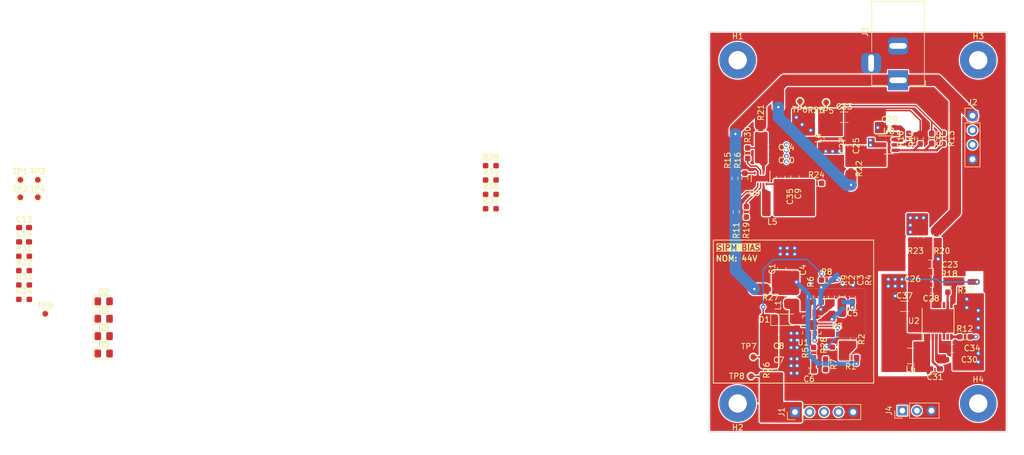
<source format=kicad_pcb>
(kicad_pcb (version 20221018) (generator pcbnew)
  (layers (0 "F.Cu" signal) (1 "In1.Cu" signal) (2 "In2.Cu" signal) (31 "B.Cu" signal) (34 "B.Paste" user) (35 "F.Paste" user) (36 "B.SilkS" user "B.Silkscreen") (37 "F.SilkS" user "F.Silkscreen") (38 "B.Mask" user) (39 "F.Mask" user) (44 "Edge.Cuts" user))
  (net 0 "")
  (net 1 "/SIPM Bias/VB_SIPM")
  (net 2 "GND")
  (net 3 "/SIPM Bias/SS_SIPM")
  (net 4 "/SIPM Bias/COMP_SIPM")
  (net 5 "Net-(C5-Pad1)")
  (net 6 "Net-(C6-Pad1)")
  (net 7 "/SIPM Bias/VOUT_SIPM")
  (net 8 "/main_pwr/VOUT_-6V5")
  (net 9 "/main_pwr/VIN_6V")
  (net 10 "+12V")
  (net 11 "Net-(U8-VIN)")
  (net 12 "/main_pwr/SW_3V3")
  (net 13 "/main_pwr/BOOT_3V3")
  (net 14 "/main_pwr/VCC_-6V5")
  (net 15 "Net-(U2-CBOOT)")
  (net 16 "/main_pwr/SW_-6V5")
  (net 17 "/main_pwr/OUT_3V3")
  (net 18 "/main_pwr/FB_3V3")
  (net 19 "+6V")
  (net 20 "Net-(D1-A)")
  (net 21 "Net-(D2-A)")
  (net 22 "Net-(D3-A)")
  (net 23 "Net-(D4-A)")
  (net 24 "-6V5")
  (net 25 "Net-(D5-A)")
  (net 26 "SIPM_BIAS_OUT")
  (net 27 "+3V3")
  (net 28 "PD_EN")
  (net 29 "/main_pwr/VOUT_6V")
  (net 30 "/main_pwr/SW_6V")
  (net 31 "/SIPM Bias/RT_SIPM")
  (net 32 "/SIPM Bias/VCC_SIPM")
  (net 33 "/SIPM Bias/MODE_SIPM")
  (net 34 "/SIPM Bias/PD_BOOST_PG")
  (net 35 "/SIPM Bias/FB_SIPM_OUT")
  (net 37 "/main_pwr/EN_3V3")
  (net 38 "/main_pwr/PG_6V")
  (net 39 "/main_pwr/PG_-6V5")
  (net 40 "/main_pwr/FB_6V")
  (net 41 "/main_pwr/FB_-6V5")
  (net 42 "/main_pwr/~{SLP_6V}")
  (net 43 "/SIPM Bias/EN_SIPM_R")
  (net 46 "/main_pwr/EN_6V")
  (net 47 "/main_pwr/VIN_-6V5")
  (net 49 "Net-(H1-Pad1)")
  (net 50 "Net-(H2-Pad1)")
  (net 51 "Net-(H3-Pad1)")
  (net 52 "Net-(H4-Pad1)")
  (footprint "Connector_BarrelJack:BarrelJack_Horizontal" (layer "F.Cu") (at 228 65.5 -90)
    (fp_text reference "J3")
    (fp_text value "Barrel_Jack_Switch")
  )
  (footprint "Connector_PinHeader_2.54mm:PinHeader_1x05_P2.54mm_Vertical" (layer "F.Cu") (at 210 123.5 90)
    (fp_text reference "J1")
    (fp_text value "Conn_01x05")
  )
  (footprint "Capacitor_SMD:C_0603_1608Metric_Pad1.08x0.95mm_HandSolder" (layer "F.Cu") (at 217.3 106.275 180)
    (fp_text reference "C5")
    (fp_text value "10nF")
  )
  (footprint "Capacitor_SMD:C_0805_2012Metric_Pad1.18x1.45mm_HandSolder" (layer "F.Cu") (at 207.5 82.5375 -90)
    (fp_text reference "C35")
    (fp_text value "22uF")
  )
  (footprint "TestPoint:TestPoint_Pad_D1.0mm" (layer "F.Cu") (at 202.345 117.235837 90)
    (fp_text reference "TP8")
    (fp_text value "TestPoint")
  )
  (footprint "Resistor_SMD:R_0603_1608Metric_Pad0.98x0.95mm_HandSolder" (layer "F.Cu") (at 205.7375 102.025 180)
    (fp_text reference "R27")
    (fp_text value "0R")
  )
  (footprint "Resistor_SMD:R_0603_1608Metric_Pad0.98x0.95mm_HandSolder" (layer "F.Cu") (at 219.759321 80.9635 -90)
    (fp_text reference "R22")
    (fp_text value "0R")
  )
  (footprint "TestPoint:TestPoint_Pad_D1.0mm" (layer "F.Cu") (at 202.725 113.875 90)
    (fp_text reference "TP7")
    (fp_text value "TestPoint")
  )
  (footprint "Capacitor_SMD:C_0603_1608Metric_Pad1.08x0.95mm_HandSolder" (layer "F.Cu") (at 233.7655 100.186 180)
    (fp_text reference "C26")
    (fp_text value "1uF")
  )
  (footprint "TestPoint:TestPoint_Pad_D1.0mm" (layer "F.Cu") (at 215.446 69.368 180)
    (fp_text reference "TP5")
    (fp_text value "TestPoint")
  )
  (footprint "MountingHole:MountingHole_3.2mm_M3_Pad" (layer "F.Cu") (at 200 122 180)
    (fp_text reference "H2")
    (fp_text value "MountingHole_Pad")
  )
  (footprint "Capacitor_SMD:C_0603_1608Metric_Pad1.08x0.95mm_HandSolder" (layer "F.Cu") (at 207.175 112.975 180)
    (fp_text reference "C7")
    (fp_text value "1uF")
  )
  (footprint "Resistor_SMD:R_0603_1608Metric_Pad0.98x0.95mm_HandSolder" (layer "F.Cu") (at 215.35 115.1375 -90)
    (fp_text reference "R7")
    (fp_text value "10kR")
  )
  (footprint "Resistor_SMD:R_0603_1608Metric_Pad0.98x0.95mm_HandSolder" (layer "F.Cu") (at 201.25 82.6625 -90)
    (fp_text reference "R16")
    (fp_text value "383kR")
  )
  (footprint "Capacitor_SMD:C_0805_2012Metric_Pad1.18x1.45mm_HandSolder" (layer "F.Cu") (at 210 82.4625 -90)
    (fp_text reference "C9")
    (fp_text value "22uF")
  )
  (footprint "TestPoint:TestPoint_Pad_D1.0mm" (layer "F.Cu") (at 79.1025 106.32)
    (fp_text reference "TP9")
    (fp_text value "TestPoint")
  )
  (footprint "Resistor_SMD:R_0603_1608Metric_Pad0.98x0.95mm_HandSolder" (layer "F.Cu") (at 201.5 88.5 -90)
    (fp_text reference "R19")
    (fp_text value "0R")
  )
  (footprint "Capacitor_SMD:C_0603_1608Metric_Pad1.08x0.95mm_HandSolder" (layer "F.Cu") (at 237.25 114.35 180)
    (fp_text reference "C30")
    (fp_text value "2.2uF")
  )
  (footprint "MountingHole:MountingHole_3.2mm_M3_Pad" (layer "F.Cu") (at 242 122)
    (fp_text reference "H4")
    (fp_text value "MountingHole_Pad")
  )
  (footprint "Resistor_SMD:R_0603_1608Metric_Pad0.98x0.95mm_HandSolder" (layer "F.Cu") (at 217.3875 109.875 180)
    (fp_text reference "R3")
    (fp_text value "9.76kR")
  )
  (footprint "Resistor_SMD:R_0603_1608Metric_Pad0.98x0.95mm_HandSolder" (layer "F.Cu") (at 229.875 75.7125 90)
    (fp_text reference "R10")
    (fp_text value "0R")
  )
  (footprint "Diode_SMD:D_0805_2012Metric_Pad1.15x1.40mm_HandSolder" (layer "F.Cu") (at 89.2975 110.225)
    (fp_text reference "D4")
    (fp_text value "RED")
  )
  (footprint "Resistor_SMD:R_0603_1608Metric_Pad0.98x0.95mm_HandSolder" (layer "F.Cu") (at 239.7 100.75)
    (fp_text reference "R17")
    (fp_text value "1MegR")
  )
  (footprint "Resistor_SMD:R_0603_1608Metric_Pad0.98x0.95mm_HandSolder" (layer "F.Cu") (at 156.9 80.43)
    (fp_text reference "R29")
    (fp_text value "0R")
  )
  (footprint "TestPoint:TestPoint_Pad_D1.0mm" (layer "F.Cu") (at 210.874 69.185837 180)
    (fp_text reference "TP6")
    (fp_text value "TestPoint")
  )
  (footprint "Capacitor_SMD:C_0805_2012Metric_Pad1.18x1.45mm_HandSolder" (layer "F.Cu") (at 233.5905 97.646 180)
    (fp_text reference "C23")
    (fp_text value "4.7uF")
  )
  (footprint "Resistor_SMD:R_0603_1608Metric_Pad0.98x0.95mm_HandSolder" (layer "F.Cu") (at 204 74.325 90)
    (fp_text reference "R21")
    (fp_text value "0R")
  )
  (footprint "Resistor_SMD:R_0603_1608Metric_Pad0.98x0.95mm_HandSolder" (layer "F.Cu") (at 156.9 82.94)
    (fp_text reference "R35")
    (fp_text value "0R")
  )
  (footprint "Capacitor_SMD:C_0603_1608Metric_Pad1.08x0.95mm_HandSolder" (layer "F.Cu") (at 214.585 103.408337 -90)
    (fp_text reference "C2")
    (fp_text value "10nF")
  )
  (footprint "Capacitor_SMD:C_0603_1608Metric_Pad1.08x0.95mm_HandSolder" (layer "F.Cu") (at 219.721501 76.973691 90)
    (fp_text reference "C27")
    (fp_text value "0.1uF")
  )
  (footprint "Resistor_SMD:R_0603_1608Metric_Pad0.98x0.95mm_HandSolder" (layer "F.Cu") (at 216.375 103.403337 90)
    (fp_text reference "R9")
    (fp_text value "2.49kR")
  )
  (footprint "Capacitor_SMD:C_0603_1608Metric_Pad1.08x0.95mm_HandSolder" (layer "F.Cu") (at 226.5125 73.8)
    (fp_text reference "C29")
    (fp_text value "100nF")
  )
  (footprint "Resistor_SMD:R_0603_1608Metric_Pad0.98x0.95mm_HandSolder" (layer "F.Cu") (at 212.73 103.380837 90)
    (fp_text reference "R6")
    (fp_text value "0R")
  )
  (footprint "Resistor_SMD:R_0603_1608Metric_Pad0.98x0.95mm_HandSolder" (layer "F.Cu") (at 201.75 78.25 -90)
    (fp_text reference "R30")
    (fp_text value "0R")
  )
  (footprint "Resistor_SMD:R_0603_1608Metric_Pad0.98x0.95mm_HandSolder" (layer "F.Cu") (at 236.7 101.6375 90)
    (fp_text reference "R18")
    (fp_text value "187kR")
  )
  (footprint "Capacitor_SMD:C_0603_1608Metric_Pad1.08x0.95mm_HandSolder" (layer "F.Cu") (at 209.975 98.6625 -90)
    (fp_text reference "C4")
    (fp_text value "100nF")
  )
  (footprint "Inductor_SMD:L_1008_2520Metric_Pad1.43x2.20mm_HandSolder" (layer "F.Cu") (at 209.375 103.4125 -90)
    (fp_text reference "L1")
    (fp_text value "8.2uH")
  )
  (footprint "Capacitor_SMD:C_0603_1608Metric_Pad1.08x0.95mm_HandSolder" (layer "F.Cu") (at 75.4025 91.25)
    (fp_text reference "C13")
    (fp_text value "68uF")
  )
  (footprint "Resistor_SMD:R_0603_1608Metric_Pad0.98x0.95mm_HandSolder" (layer "F.Cu") (at 75.4025 101.29)
    (fp_text reference "R33")
    (fp_text value "75R")
  )
  (footprint "Diode_SMD:D_SOD-123" (layer "F.Cu") (at 208.125 107.375)
    (fp_text reference "D1")
    (fp_text value "1V 150mA")
  )
  (footprint "Resistor_SMD:R_0603_1608Metric_Pad0.98x0.95mm_HandSolder" (layer "F.Cu") (at 213.75 83.5 180)
    (fp_text reference "R24")
    (fp_text value "0R")
  )
  (footprint "Resistor_SMD:R_0603_1608Metric_Pad0.98x0.95mm_HandSolder" (layer "F.Cu") (at 213.668 72.162)
    (fp_text reference "R25")
    (fp_text value "0R")
  )
  (footprint "Capacitor_SMD:C_0603_1608Metric_Pad1.08x0.95mm_HandSolder" (layer "F.Cu") (at 75.4025 93.76)
    (fp_text reference "C14")
    (fp_text value "10uF")
  )
  (footprint "TestPoint:TestPoint_Pad_D1.0mm" (layer "F.Cu") (at 77.8025 85.96)
    (fp_text reference "TP4")
    (fp_text value "TestPoint")
  )
  (footprint "Capacitor_SMD:C_0603_1608Metric_Pad1.08x0.95mm_HandSolder" (layer "F.Cu") (at 205.3625 79.5 180)
    (fp_text reference "C10")
    (fp_text value "0.1uF")
  )
  (footprint "TestPoint:TestPoint_Pad_D1.0mm" (layer "F.Cu") (at 74.7525 85.96)
    (fp_text reference "TP2")
    (fp_text value "TestPoint")
  )
  (footprint "Resistor_SMD:R_0603_1608Metric_Pad0.98x0.95mm_HandSolder" (layer "F.Cu") (at 199.75 88.5 90)
    (fp_text reference "R11")
    (fp_text value "100kR")
  )
  (footprint "plaqchek:78438336100" (layer "F.Cu") (at 206.05 87.25)
    (fp_text reference "L5")
    (fp_text value "10uH")
  )
  (footprint "Resistor_SMD:R_0603_1608Metric_Pad0.98x0.95mm_HandSolder" (layer "F.Cu") (at 215.545 100.435837)
    (fp_text reference "R8")
    (fp_text value "110kR")
  )
  (footprint "Resistor_SMD:R_0603_1608Metric_Pad0.98x0.95mm_HandSolder" (layer "F.Cu") (at 232 92.8375 -90)
    (fp_text reference "R23")
    (fp_text value "0R")
  )
  (footprint "plaqchek:744025100" (layer "F.Cu") (at 216.575 75.65 90)
    (fp_text reference "L4")
    (fp_text value "10uH")
  )
  (footprint "Package_DFN_QFN:WQFN-16-1EP_3x3mm_P0.5mm_EP1.68x1.68mm" (layer "F.Cu") (at 212.96 108.2775 90)
    (fp_text reference "U1")
    (fp_text value "LM5157")
  )
  (footprint "Connector_PinHeader_2.54mm:PinHeader_1x04_P2.54mm_Vertical" (layer "F.Cu") (at 241 71.7)
    (fp_text reference "J2")
    (fp_text value "Conn_01x04")
  )
  (footprint "Resistor_SMD:R_0603_1608Metric_Pad0.98x0.95mm_HandSolder" (layer "F.Cu") (at 156.9 87.96)
    (fp_text reference "R37")
    (fp_text value "0R")
  )
  (footprint "Resistor_SMD:R_0603_1608Metric_Pad0.98x0.95mm_HandSolder" (layer "F.Cu") (at 220.2125 110.7875 -90)
    (fp_text reference "R2")
    (fp_text value "10kR")
  )
  (footprint "Capacitor_SMD:C_1206_3216Metric_Pad1.33x1.80mm_HandSolder" (layer "F.Cu") (at 229.1375 105)
    (fp_text reference "C37")
    (fp_text value "47uF")
  )
  (footprint "TestPoint:TestPoint_Pad_D1.0mm" (layer "F.Cu") (at 74.7525 82.91)
    (fp_text reference "TP1")
    (fp_text value "TestPoint")
  )
  (footprint "Package_SO:HTSSOP-16-1EP_4.4x5mm_P0.65mm_EP3.4x5mm" (layer "F.Cu") (at 235.035 107.571 90)
    (fp_text reference "U2")
    (fp_text value "LM43601")
  )
  (footprint "Diode_SMD:D_0805_2012Metric_Pad1.15x1.40mm_HandSolder" (layer "F.Cu") (at 89.2975 107.185)
    (fp_text reference "D3")
    (fp_text value "RED")
  )
  (footprint "Capacitor_SMD:C_0603_1608Metric_Pad1.08x0.95mm_HandSolder" (layer "F.Cu") (at 221.725 76.9375 90)
    (fp_text reference "C25")
    (fp_text value "3.3uF")
  )
  (footprint "Capacitor_SMD:C_1206_3216Metric_Pad1.33x1.80mm_HandSolder" (layer "F.Cu") (at 218.5885 71.97)
    (fp_text reference "C33")
    (fp_text value "47uF")
  )
  (footprint "Diode_SMD:D_0805_2012Metric_Pad1.15x1.40mm_HandSolder" (layer "F.Cu") (at 89.2975 113.265)
    (fp_text reference "D5")
    (fp_text value "RED")
  )
  (footprint "Resistor_SMD:R_0603_1608Metric_Pad0.98x0.95mm_HandSolder" (layer "F.Cu") (at 234.7 92.7375 90)
    (fp_text reference "R20")
    (fp_text value "0R")
  )
  (footprint "Resistor_SMD:R_0603_1608Metric_Pad0.98x0.95mm_HandSolder" (layer "F.Cu") (at 75.4025 96.27)
    (fp_text reference "R31")
    (fp_text value "250R")
  )
  (footprint "Diode_SMD:D_0805_2012Metric_Pad1.15x1.40mm_HandSolder" (layer "F.Cu") (at 89.2975 104.145)
    (fp_text reference "D2")
    (fp_text value "RED")
  )
  (footprint "Inductor_SMD:L_1210_3225Metric_Pad1.42x2.65mm_HandSolder" (layer "F.Cu") (at 230.2125 113.7 180)
    (fp_text reference "L6")
    (fp_text value "33uH")
  )
  (footprint "Resistor_SMD:R_0603_1608Metric_Pad0.98x0.95mm_HandSolder" (layer "F.Cu") (at 235.875 75.7125 -90)
    (fp_text reference "R13")
    (fp_text value "100kR")
  )
  (footprint "TestPoint:TestPoint_Pad_D1.0mm" (layer "F.Cu") (at 77.8025 82.91)
    (fp_text reference "TP3")
    (fp_text value "TestPoint")
  )
  (footprint "Resistor_SMD:R_0603_1608Metric_Pad0.98x0.95mm_HandSolder" (layer "F.Cu") (at 213.255 113.125 90)
    (fp_text reference "R5")
    (fp_text value "5.1R")
  )
  (footprint "MountingHole:MountingHole_3.2mm_M3_Pad" (layer "F.Cu") (at 242 62)
    (fp_text reference "H3")
    (fp_text value "MountingHole_Pad")
  )
  (footprint "Resistor_SMD:R_0603_1608Metric_Pad0.98x0.95mm_HandSolder" (layer "F.Cu") (at 75.4025 98.78)
    (fp_text reference "R32")
    (fp_text value "2.5kR")
  )
  (footprint "Package_SON:WSON-10-1EP_2x3mm_P0.5mm_EP0.84x2.4mm" (layer "F.Cu") (at 204 82.7 -90)
    (fp_text reference "U9")
    (fp_text value "TPS62175DQC")
  )
  (footprint "Package_TO_SOT_SMD:SOT-23-6" (layer "F.Cu") (at 226.375 76.8)
    (fp_text reference "U8")
    (fp_text value "TPS54202DDC")
  )
  (footprint "Capacitor_SMD:C_0603_1608Metric_Pad1.08x0.95mm_HandSolder" (layer "F.Cu") (at 212.465 116.305 180)
    (fp_text reference "C6")
    (fp_text value "1uF")
  )
  (footprint "Capacitor_SMD:C_0603_1608Metric_Pad1.08x0.95mm_HandSolder" (layer "F.Cu") (at 207.1625 110.525 180)
    (fp_text reference "C8")
    (fp_text value "100nF")
  )
  (footprint "Resistor_SMD:R_0603_1608Metric_Pad0.98x0.95mm_HandSolder" (layer "F.Cu") (at 217.425 112.15)
    (fp_text reference "R28")
    (fp_text value "0R")
  )
  (footprint "Resistor_SMD:R_0603_1608Metric_Pad0.98x0.95mm_HandSolder" (layer "F.Cu") (at 219.85 113.95)
    (fp_text reference "R1")
    (fp_text value "10kR")
  )
  (footprint "Capacitor_SMD:C_0603_1608Metric_Pad1.08x0.95mm_HandSolder" (layer "F.Cu") (at 233.7655 102.218 180)
    (fp_text reference "C28")
    (fp_text value "0.1uF")
  )
  (footprint "Resistor_SMD:R_0603_1608Metric_Pad0.98x0.95mm_HandSolder" (layer "F.Cu") (at 199.5 82.6625 90)
    (fp_text reference "R15")
    (fp_text value "2.49MegR")
  )
  (footprint "Resistor_SMD:R_0603_1608Metric_Pad0.98x0.95mm_HandSolder" (layer "F.Cu") (at 156.9 85.45)
    (fp_text reference "R36")
    (fp_text value "0R")
  )
  (footprint "Capacitor_SMD:C_0805_2012Metric_Pad1.18x1.45mm_HandSolder" (layer "F.Cu") (at 207.7 98.5 90)
    (fp_text reference "C1")
    (fp_text value "4.7uF")
  )
  (footprint "Capacitor_SMD:C_0603_1608Metric_Pad1.08x0.95mm_HandSolder" (layer "F.Cu") (at 233.875 75.686871 -90)
    (fp_text reference "C32")
    (fp_text value "56pF")
  )
  (footprint "Connector_PinHeader_2.54mm:PinHeader_1x03_P2.54mm_Vertical" (layer "F.Cu") (at 228.75 123.25 90)
    (fp_text reference "J4")
    (fp_text value "Conn_01x03")
  )
  (footprint "Resistor_SMD:R_0603_1608Metric_Pad0.98x0.95mm_HandSolder" (layer "F.Cu") (at 239.7125 110.35 180)
    (fp_text reference "R12")
    (fp_text value "105kR")
  )
  (footprint "Resistor_SMD:R_0603_1608Metric_Pad0.98x0.95mm_HandSolder" (layer "F.Cu") (at 231.875 75.7125 90)
    (fp_text reference "R14")
    (fp_text value "22.1kR")
  )
  (footprint "MountingHole:MountingHole_3.2mm_M3_Pad" (layer "F.Cu") (at 200 62)
    (fp_text reference "H1")
    (fp_text value "MountingHole_Pad")
  )
  (footprint "Capacitor_SMD:C_0603_1608Metric_Pad1.08x0.95mm_HandSolder" (layer "F.Cu") (at 220.0135 103.369837 90)
    (fp_text reference "C3")
    (fp_text value "300pF")
  )
  (footprint "Capacitor_SMD:C_0603_1608Metric_Pad1.08x0.95mm_HandSolder" (layer "F.Cu") (at 205.3625 77.25 180)
    (fp_text reference "C24")
    (fp_text value "2.2uF")
  )
  (footprint "Capacitor_SMD:C_0603_1608Metric_Pad1.08x0.95mm_HandSolder" (layer "F.Cu") (at 234.45 115.95 180)
    (fp_text reference "C31")
    (fp_text value "470nF")
  )
  (footprint "Capacitor_SMD:C_0805_2012Metric_Pad1.18x1.45mm_HandSolder" (layer "F.Cu") (at 237.4875 112.4)
    (fp_text reference "C34")
    (fp_text value "4.7uF")
  )
  (footprint "Resistor_SMD:R_0603_1608Metric_Pad0.98x0.95mm_HandSolder" (layer "F.Cu") (at 75.4025 103.8)
    (fp_text reference "R34")
    (fp_text value "250R")
  )
  (footprint "Resistor_SMD:R_0603_1608Metric_Pad0.98x0.95mm_HandSolder" (layer "F.Cu") (at 218.259 103.369837 -90)
    (fp_text reference "R4")
    (fp_text value "1kR")
  )
  (footprint "Resistor_SMD:R_0603_1608Metric_Pad0.98x0.95mm_HandSolder" (layer "F.Cu") (at 206.475 116.175 90)
    (fp_text reference "R26")
    (fp_text value "0R")
  )
  (gr_rect (start 195.745 93.435837) (end 223.745 118.435837) (stroke (width 0.15)) (fill none) (layer "F.SilkS"))
  (gr_rect (start 195 57) (end 247 127) (stroke (width 0.1)) (fill none) (layer "Edge.Cuts"))
  (gr_text "SIPM BIAS\n" (at 196.197418 95.363171) (layer "F.SilkS" knockout) (effects (font (size 1 1) (thickness 0.2) bold) (justify left bottom)))
  (gr_text "NOM: 44V" (at 196.063335 97.240336) (layer "F.SilkS") (effects (font (size 1 1) (thickness 0.2) bold) (justify left bottom)))
  (via (at 208.5 76.75) (size 0.8) (drill 0.4) (layers "F.Cu" "B.Cu") (net 0))
  (via (at 208.5 77.75) (size 0.8) (drill 0.4) (layers "F.Cu" "B.Cu") (net 0))
  (via (at 208.5 78.75) (size 0.8) (drill 0.4) (layers "F.Cu" "B.Cu") (net 0))
  (via (at 208.5 79.75) (size 0.8) (drill 0.4) (layers "F.Cu" "B.Cu") (net 0))
  (segment (start 213.21 109.735) (end 213.21 110.7505) (width 0.3) (layer "F.Cu") (net 1))
  (segment (start 213.21 110.7505) (end 213.4345 110.975) (width 0.3) (layer "F.Cu") (net 1))
  (segment (start 220.7625 115.0375) (end 220.75 115.05) (width 0.8) (layer "F.Cu") (net 1))
  (segment (start 220.7625 113.95) (end 220.7625 115.0375) (width 0.8) (layer "F.Cu") (net 1))
  (via (at 213.4345 110.975) (size 0.8) (drill 0.4) (layers "F.Cu" "B.Cu") (net 1))
  (via (at 220.75 115.05) (size 0.8) (drill 0.4) (layers "F.Cu" "B.Cu") (net 1))
  (via (at 210.25 100.775) (size 0.8) (drill 0.4) (layers "F.Cu" "B.Cu") (net 1))
  (segment (start 213.4345 103.9595) (end 212.2375 102.7625) (width 0.5) (layer "B.Cu") (net 1))
  (segment (start 212.2375 102.7625) (end 210.25 100.775) (width 0.8) (layer "B.Cu") (net 1))
  (segment (start 214.05 115.05) (end 212.2375 113.2375) (width 0.8) (layer "B.Cu") (net 1))
  (segment (start 212.2375 113.2375) (end 212.2375 104.775) (width 0.8) (layer "B.Cu") (net 1))
  (segment (start 220.75 115.05) (end 214.05 115.05) (width 0.8) (layer "B.Cu") (net 1))
  (segment (start 213.4345 110.975) (end 213.4345 103.9595) (width 0.5) (layer "B.Cu") (net 1))
  (segment (start 212.2375 104.775) (end 212.2375 102.7625) (width 0.8) (layer "B.Cu") (net 1))
  (segment (start 213.21 108.0275) (end 212.96 108.2775) (width 0.25) (layer "F.Cu") (net 2))
  (segment (start 212.21 109.0275) (end 212.96 108.2775) (width 0.25) (layer "F.Cu") (net 2))
  (segment (start 210.41 109.0275) (end 210.14 109.2975) (width 0.25) (layer "F.Cu") (net 2))
  (segment (start 214.4175 108.0275) (end 213.21 108.0275) (width 0.3) (layer "F.Cu") (net 2))
  (segment (start 240.6125 100.75) (end 241.8 100.75) (width 1) (layer "F.Cu") (net 2))
  (segment (start 220.4975 108.0275) (end 220.525 108) (width 0.3) (layer "F.Cu") (net 2))
  (segment (start 212.21 111.3275) (end 212.14 111.3975) (width 0.25) (layer "F.Cu") (net 2))
  (segment (start 212.21 109.735) (end 212.21 111.3275) (width 0.25) (layer "F.Cu") (net 2))
  (segment (start 240.625 110.35) (end 241.6 110.35) (width 0.5) (layer "F.Cu") (net 2))
  (segment (start 231.875 72.55) (end 230.125 70.8) (width 0.25) (layer "F.Cu") (net 2))
  (segment (start 230.125 70.8) (end 225.375 70.8) (width 0.25) (layer "F.Cu") (net 2))
  (segment (start 231.875 74.8) (end 231.875 72.55) (width 0.25) (layer "F.Cu") (net 2))
  (segment (start 212.21 109.735) (end 212.21 109.0275) (width 0.25) (layer "F.Cu") (net 2))
  (segment (start 211.5025 109.0275) (end 210.41 109.0275) (width 0.25) (layer "F.Cu") (net 2))
  (segment (start 214.4175 108.0275) (end 220.4975 108.0275) (width 0.3) (layer "F.Cu") (net 2))
  (segment (start 211.5025 109.0275) (end 212.21 109.0275) (width 0.25) (layer "F.Cu") (net 2))
  (segment (start 212.96 108.2775) (end 211.34 109.8975) (width 0.25) (layer "F.Cu") (net 2))
  (via (at 209.325 112.225) (size 0.8) (drill 0.4) (layers "F.Cu" "B.Cu") (net 2))
  (via (at 226.3 100.3) (size 0.8) (drill 0.4) (layers "F.Cu" "B.Cu") (net 2))
  (via (at 210.375 116.7) (size 0.8) (drill 0.4) (layers "F.Cu" "B.Cu") (net 2))
  (via (at 209.325 109.725) (size 0.8) (drill 0.4) (layers "F.Cu" "B.Cu") (net 2))
  (via (at 208.65 94.85) (size 0.8) (drill 0.4) (layers "F.Cu" "B.Cu") (net 2))
  (via (at 228.7 101.5) (size 0.8) (drill 0.4) (layers "F.Cu" "B.Cu") (net 2))
  (via (at 209.325 110.925) (size 0.8) (drill 0.4) (layers "F.Cu" "B.Cu") (net 2))
  (via (at 218.345 101.235837) (size 0.8) (drill 0.4) (layers "F.Cu" "B.Cu") (net 2))
  (via (at 226.3 101.5) (size 0.8) (drill 0.4) (layers "F.Cu" "B.Cu") (net 2))
  (via (at 210.375 115.4) (size 0.8) (drill 0.4) (layers "F.Cu" "B.Cu") (net 2))
  (via (at 214.6 101.7) (size 0.8) (drill 0.4) (layers "F.Cu" "B.Cu") (net 2))
  (via (at 207.45 94.85) (size 0.8) (drill 0.4) (layers "F.Cu" "B.Cu") (net 2))
  (via (at 210.375 114.2) (size 0.8) (drill 0.4) (layers "F.Cu" "B.Cu") (net 2))
  (via (at 227.5 101.5) (size 0.8) (drill 0.4) (layers "F.Cu" "B.Cu") (net 2))
  (via (at 227.5 103.2) (size 0.8) (drill 0.4) (layers "F.Cu" "B.Cu") (net 2))
  (via (at 228.7 100.3) (size 0.8) (drill 0.4) (layers "F.Cu" "B.Cu") (net 2))
  (via (at 220.145 101.335837) (size 0.8) (drill 0.4) (layers "F.Cu" "B.Cu") (net 2))
  (via (at 209.95 94.85) (size 0.8) (drill 0.4) (layers "F.Cu" "B.Cu") (net 2))
  (via (at 209.325 115.4) (size 0.8) (drill 0.4) (layers "F.Cu" "B.Cu") (net 2))
  (via (at 212.7 101) (size 0.8) (drill 0.4) (layers "F.Cu" "B.Cu") (net 2))
  (via (at 210.375 109.725) (size 0.8) (drill 0.4) (layers "F.Cu" "B.Cu") (net 2))
  (via (at 209.95 95.9) (size 0.8) (drill 0.4) (layers "F.Cu" "B.Cu") (net 2))
  (via (at 210.375 112.225) (size 0.8) (drill 0.4) (layers "F.Cu" "B.Cu") (net 2))
  (via (at 241.6 110.35) (size 0.8) (drill 0.4) (layers "F.Cu" "B.Cu") (net 2))
  (via (at 209.325 116.7) (size 0.8) (drill 0.4) (layers "F.Cu" "B.Cu") (net 2))
  (via (at 210.375 110.925) (size 0.8) (drill 0.4) (layers "F.Cu" "B.Cu") (net 2))
  (via (at 241.8 100.75) (size 0.8) (drill 0.4) (layers "F.Cu" "B.Cu") (net 2))
  (via (at 207.45 95.9) (size 0.8) (drill 0.4) (layers "F.Cu" "B.Cu") (net 2))
  (via (at 208.65 95.9) (size 0.8) (drill 0.4) (layers "F.Cu" "B.Cu") (net 2))
  (via (at 209.325 114.2) (size 0.8) (drill 0.4) (layers "F.Cu" "B.Cu") (net 2))
  (via (at 227.5 100.3) (size 0.8) (drill 0.4) (layers "F.Cu" "B.Cu") (net 2))
  (segment (start 235.259163 100.75) (end 241.8 100.75) (width 0.25) (layer "B.Cu") (net 2))
  (segment (start 228.7 100.3) (end 234.809163 100.3) (width 0.25) (layer "B.Cu") (net 2))
  (segment (start 234.809163 100.3) (end 235.259163 100.75) (width 0.25) (layer "B.Cu") (net 2))
  (segment (start 213.21 106.82) (end 213.21 105.645837) (width 0.3) (layer "F.Cu") (net 3))
  (segment (start 213.21 105.645837) (end 214.585 104.270837) (width 0.3) (layer "F.Cu") (net 3))
  (segment (start 220.0135 104.232337) (end 220.0135 105.219541) (width 0.8) (layer "F.Cu") (net 4))
  (segment (start 220.0135 105.219541) (end 220.020837 105.226878) (width 0.8) (layer "F.Cu") (net 4))
  (via (at 216.475 107.275) (size 0.8) (drill 0.4) (layers "F.Cu" "B.Cu") (net 4))
  (via (at 220.020837 105.226878) (size 0.8) (drill 0.4) (layers "F.Cu" "B.Cu") (net 4))
  (segment (start 220.020837 104.298541) (end 218.445837 104.298541) (width 0.8) (layer "B.Cu") (net 4))
  (segment (start 218.425 105.325) (end 216.475 107.275) (width 0.8) (layer "B.Cu") (net 4))
  (segment (start 213.245 114.0475) (end 213.245 116.2825) (width 0.8) (layer "F.Cu") (net 6))
  (segment (start 213.255 114.0375) (end 213.245 114.0475) (width 0.8) (layer "F.Cu") (net 6))
  (segment (start 213.175 116.2125) (end 213.2625 116.3) (width 0.25) (layer "F.Cu") (net 6))
  (segment (start 204.445 105.135837) (end 204.445 107.035837) (width 0.25) (layer "F.Cu") (net 7))
  (segment (start 214.6325 99.348337) (end 214.645 99.335837) (width 0.25) (layer "F.Cu") (net 7))
  (segment (start 214.6325 100.435837) (end 214.6325 99.348337) (width 0.25) (layer "F.Cu") (net 7))
  (segment (start 204.484163 113.875) (end 204.545 113.935837) (width 0.25) (layer "F.Cu") (net 7))
  (segment (start 202.725 113.875) (end 204.484163 113.875) (width 0.25) (layer "F.Cu") (net 7))
  (via (at 204.445 105.135837) (size 0.8) (drill 0.4) (layers "F.Cu" "B.Cu") (net 7))
  (via (at 214.645 99.335837) (size 0.8) (drill 0.4) (layers "F.Cu" "B.Cu") (net 7))
  (segment (start 206.195 96.835837) (end 204.445 98.585837) (width 0.25) (layer "B.Cu") (net 7))
  (segment (start 212.145 96.835837) (end 206.195 96.835837) (width 0.25) (layer "B.Cu") (net 7))
  (segment (start 204.445 98.585837) (end 204.445 105.135837) (width 0.25) (layer "B.Cu") (net 7))
  (segment (start 214.645 99.335837) (end 212.145 96.835837) (width 0.25) (layer "B.Cu") (net 7))
  (segment (start 236.66 102.59) (end 236.7 102.55) (width 0.4) (layer "F.Cu") (net 8))
  (segment (start 236.66 104.796) (end 236.66 102.59) (width 0.4) (layer "F.Cu") (net 8))
  (via (at 240 105.25) (size 0.8) (drill 0.4) (layers "F.Cu" "B.Cu") (net 8))
  (via (at 242 113.25) (size 0.8) (drill 0.4) (layers "F.Cu" "B.Cu") (net 8))
  (via (at 242 105.75) (size 0.8) (drill 0.4) (layers "F.Cu" "B.Cu") (net 8))
  (via (at 240 103.75) (size 0.8) (drill 0.4) (layers "F.Cu" "B.Cu") (net 8))
  (via (at 242 108.75) (size 0.8) (drill 0.4) (layers "F.Cu" "B.Cu") (net 8))
  (via (at 242 114.75) (size 0.8) (drill 0.4) (layers "F.Cu" "B.Cu") (net 8))
  (via (at 242 107.25) (size 0.8) (drill 0.4) (layers "F.Cu" "B.Cu") (net 8))
  (segment (start 204.5 81.75) (end 204.5 77.25) (width 0.25) (layer "F.Cu") (net 9))
  (segment (start 203.1625 77.3375) (end 203.25 77.25) (width 0.25) (layer "F.Cu") (net 9))
  (segment (start 201.75 77.3375) (end 203.1625 77.3375) (width 0.25) (layer "F.Cu") (net 9))
  (segment (start 234.8 65.5) (end 237.75 68.45) (width 2) (layer "F.Cu") (net 10))
  (segment (start 207.1 66.6) (end 207.15 66.55) (width 2) (layer "F.Cu") (net 10))
  (segment (start 238 68.7) (end 237.75 68.45) (width 2) (layer "F.Cu") (net 10))
  (segment (start 199.6 74.1) (end 204 69.7) (width 2) (layer "F.Cu") (net 10))
  (segment (start 204 69.7) (end 204 73.4125) (width 2) (layer "F.Cu") (net 10))
  (segment (start 219.759321 83.759321) (end 219.8 83.8) (width 2) (layer "F.Cu") (net 10))
  (segment (start 238 88.525) (end 238 68.7) (width 2) (layer "F.Cu") (net 10))
  (segment (start 207.15 66.55) (end 204 69.7) (width 2) (layer "F.Cu") (net 10))
  (segment (start 199.6 74.9) (end 199.6 74.1) (width 2) (layer "F.Cu") (net 10))
  (segment (start 204.825 102.025) (end 202.925 102.025) (width 2) (layer "F.Cu") (net 10))
  (segment (start 228 65.5) (end 234.8 65.5) (width 2) (layer "F.Cu") (net 10))
  (segment (start 228 65.5) (end 208.2 65.5) (width 2) (layer "F.Cu") (net 10))
  (segment (start 202.925 102.025) (end 202.9 102) (width 2) (layer "F.Cu") (net 10))
  (segment (start 207.1 70.2) (end 207.1 66.6) (width 2) (layer "F.Cu") (net 10))
  (segment (start 237.75 68.45) (end 241 71.7) (width 2) (layer "F.Cu") (net 10))
  (segment (start 234.7 91.825) (end 238 88.525) (width 2) (layer "F.Cu") (net 10))
  (segment (start 219.759321 81.876) (end 219.759321 83.759321) (width 2) (layer "F.Cu") (net 10))
  (segment (start 208.2 65.5) (end 207.15 66.55) (width 2) (layer "F.Cu") (net 10))
  (via (at 219.8 83.8) (size 0.8) (drill 0.4) (layers "F.Cu" "B.Cu") (net 10))
  (via (at 207.1 70.2) (size 0.8) (drill 0.4) (layers "F.Cu" "B.Cu") (net 10))
  (via (at 202.9 102) (size 0.8) (drill 0.4) (layers "F.Cu" "B.Cu") (net 10))
  (via (at 199.6 74.9) (size 0.8) (drill 0.4) (layers "F.Cu" "B.Cu") (net 10))
  (segment (start 219.8 83.8) (end 218.974065 83.8) (width 2) (layer "B.Cu") (net 10))
  (segment (start 207.1 71.925935) (end 207.1 70.2) (width 2) (layer "B.Cu") (net 10))
  (segment (start 199.6 74.9) (end 199.6 98.7) (width 2) (layer "B.Cu") (net 10))
  (segment (start 218.974065 83.8) (end 207.1 71.925935) (width 2) (layer "B.Cu") (net 10))
  (segment (start 199.6 98.7) (end 202.9 102) (width 2) (layer "B.Cu") (net 10))
  (via (at 217.768198 77.931391) (size 0.8) (drill 0.4) (layers "F.Cu" "B.Cu") (net 12))
  (via (at 216.568198 77.931391) (size 0.8) (drill 0.4) (layers "F.Cu" "B.Cu") (net 12))
  (via (at 223.165 75.98) (size 0.8) (drill 0.4) (layers "F.Cu" "B.Cu") (net 12))
  (via (at 215.368198 77.931391) (size 0.8) (drill 0.4) (layers "F.Cu" "B.Cu") (net 12))
  (via (at 223.185 76.84) (size 0.8) (drill 0.4) (layers "F.Cu" "B.Cu") (net 12))
  (via (at 224.455 73.78) (size 0.8) (drill 0.4) (layers "F.Cu" "B.Cu") (net 12))
  (segment (start 228.375 73.8) (end 228.8 74.225) (width 0.8) (layer "F.Cu") (net 13))
  (segment (start 228.8 74.225) (end 228.8 75.625) (width 0.8) (layer "F.Cu") (net 13))
  (segment (start 228.8 75.625) (end 228.575 75.85) (width 0.8) (layer "F.Cu") (net 13))
  (segment (start 227.375 73.8) (end 228.375 73.8) (width 0.8) (layer "F.Cu") (net 13))
  (segment (start 228.575 75.85) (end 227.5125 75.85) (width 0.8) (layer "F.Cu") (net 13))
  (segment (start 234.71 113.71) (end 235.35 114.35) (width 0.4) (layer "F.Cu") (net 14))
  (segment (start 234.71 110.346) (end 234.71 113.71) (width 0.4) (layer "F.Cu") (net 14))
  (segment (start 235.35 114.35) (end 236.3875 114.35) (width 0.4) (layer "F.Cu") (net 14))
  (segment (start 234.06 110.346) (end 234.06 114.6975) (width 0.4) (layer "F.Cu") (net 15))
  (segment (start 234.06 114.6975) (end 235.3125 115.95) (width 0.4) (layer "F.Cu") (net 15))
  (segment (start 235.875 74.8) (end 235.875 74.732) (width 0.25) (layer "F.Cu") (net 17))
  (segment (start 233.875 74.824371) (end 233.875 72.74) (width 0.25) (layer "F.Cu") (net 17))
  (segment (start 235.875 74.732) (end 233.875 72.732) (width 0.25) (layer "F.Cu") (net 17))
  (segment (start 233.875 72.74) (end 231.073 69.938) (width 0.25) (layer "F.Cu") (net 17))
  (segment (start 218.119 69.938) (end 217.026 71.031) (width 0.25) (layer "F.Cu") (net 17))
  (segment (start 215.446 69.368) (end 215.446 71.146) (width 0.25) (layer "F.Cu") (net 17))
  (segment (start 217.026 71.031) (end 217.026 71.97) (width 0.25) (layer "F.Cu") (net 17))
  (segment (start 231.073 69.938) (end 218.119 69.938) (width 0.25) (layer "F.Cu") (net 17))
  (segment (start 215.446 71.146) (end 215.954 71.654) (width 0.25) (layer "F.Cu") (net 17))
  (segment (start 230.75 77.75) (end 232.674371 77.75) (width 0.4) (layer "F.Cu") (net 18))
  (segment (start 234.75 77.75) (end 232.674371 77.75) (width 0.4) (layer "F.Cu") (net 18))
  (segment (start 227.5125 77.75) (end 230.75 77.75) (width 0.4) (layer "F.Cu") (net 18))
  (segment (start 230.75 77.75) (end 231.875 76.625) (width 0.4) (layer "F.Cu") (net 18))
  (segment (start 235.875 76.625) (end 234.75 77.75) (width 0.4) (layer "F.Cu") (net 18))
  (segment (start 232.674371 77.75) (end 233.875 76.549371) (width 0.4) (layer "F.Cu") (net 18))
  (via (at 232.445 89.535837) (size 0.8) (drill 0.4) (layers "F.Cu" "B.Cu") (net 24))
  (via (at 230.145 90.835837) (size 0.8) (drill 0.4) (layers "F.Cu" "B.Cu") (net 24))
  (via (at 230.145 92.035837) (size 0.8) (drill 0.4) (layers "F.Cu" "B.Cu") (net 24))
  (via (at 230.145 89.535837) (size 0.8) (drill 0.4) (layers "F.Cu" "B.Cu") (net 24))
  (via (at 231.245 89.535837) (size 0.8) (drill 0.4) (layers "F.Cu" "B.Cu") (net 24))
  (segment (start 202.345 117.235837) (end 204.445 117.235837) (width 0.25) (layer "F.Cu") (net 26))
  (segment (start 210.874 71.124) (end 211 71.25) (width 0.25) (layer "F.Cu") (net 27))
  (segment (start 210.874 69.185837) (end 210.874 71.124) (width 0.25) (layer "F.Cu") (net 27))
  (via (at 212.75 74.25) (size 0.8) (drill 0.4) (layers "F.Cu" "B.Cu") (net 27))
  (via (at 210.25 72) (size 0.8) (drill 0.4) (layers "F.Cu" "B.Cu") (net 27))
  (via (at 211.25 73.25) (size 0.8) (drill 0.4) (layers "F.Cu" "B.Cu") (net 27))
  (segment (start 205 83.65) (end 207.425 83.65) (width 0.25) (layer "F.Cu") (net 29))
  (segment (start 207.425 83.65) (end 207.5 83.575) (width 0.25) (layer "F.Cu") (net 29))
  (segment (start 204.5 86.75) (end 205 87.25) (width 0.25) (layer "F.Cu") (net 30))
  (segment (start 204.5 83.65) (end 204.5 86.75) (width 0.25) (layer "F.Cu") (net 30))
  (segment (start 212.71 111.6675) (end 213.255 112.2125) (width 0.25) (layer "F.Cu") (net 32))
  (segment (start 212.71 109.735) (end 212.71 111.6675) (width 0.25) (layer "F.Cu") (net 32))
  (segment (start 212.71 106.82) (end 212.71 104.392296) (width 0.3) (layer "F.Cu") (net 33))
  (segment (start 212.730837 104.294174) (end 212.73 104.293337) (width 0.3) (layer "F.Cu") (net 33))
  (segment (start 217.404435 100.401878) (end 216.491459 100.401878) (width 0.8) (layer "F.Cu") (net 35))
  (segment (start 216.491459 100.401878) (end 216.4575 100.435837) (width 0.8) (layer "F.Cu") (net 35))
  (via (at 214.495837 105.551878) (size 0.8) (drill 0.4) (layers "F.Cu" "B.Cu") (net 35))
  (via (at 217.404435 100.401878) (size 0.8) (drill 0.4) (layers "F.Cu" "B.Cu") (net 35))
  (segment (start 217.404435 99.473541) (end 217.345837 99.473541) (width 0.8) (layer "B.Cu") (net 35))
  (segment (start 217.345837 99.473541) (end 214.495837 102.323541) (width 0.8) (layer "B.Cu") (net 35))
  (segment (start 214.495837 102.323541) (end 214.495837 104.623541) (width 0.8) (layer "B.Cu") (net 35))
  (segment (start 229.037 76.8) (end 229.212 76.625) (width 0.4) (layer "F.Cu") (net 37))
  (segment (start 229.212 76.625) (end 229.875 76.625) (width 0.4) (layer "F.Cu") (net 37))
  (segment (start 227.5125 76.8) (end 229.037 76.8) (width 0.4) (layer "F.Cu") (net 37))
  (segment (start 203.5 84.175) (end 202.675 85) (width 0.25) (layer "F.Cu") (net 38))
  (segment (start 202.675 85) (end 201.5 85) (width 0.25) (layer "F.Cu") (net 38))
  (segment (start 199.75 86.75) (end 199.75 87.5875) (width 0.25) (layer "F.Cu") (net 38))
  (segment (start 201.5 85) (end 199.75 86.75) (width 0.25) (layer "F.Cu") (net 38))
  (segment (start 203.5 83.65) (end 203.5 84.175) (width 0.25) (layer "F.Cu") (net 38))
  (segment (start 237.335 110.35) (end 237.335 110.346) (width 0.5) (layer "F.Cu") (net 39))
  (segment (start 238.8 110.35) (end 237.335 110.35) (width 0.5) (layer "F.Cu") (net 39))
  (segment (start 201.25 81.75) (end 199.5 81.75) (width 0.25) (layer "F.Cu") (net 40))
  (segment (start 203 81.75) (end 201.25 81.75) (width 0.25) (layer "F.Cu") (net 40))
  (segment (start 201.5 86.811396) (end 204 84.311396) (width 0.25) (layer "F.Cu") (net 42))
  (segment (start 201.5 87.5875) (end 201.5 86.811396) (width 0.25) (layer "F.Cu") (net 42))
  (segment (start 204 84.311396) (end 204 83.65) (width 0.25) (layer "F.Cu") (net 42))
  (segment (start 214.4175 108.5275) (end 217.2005 108.5275) (width 0.3) (layer "F.Cu") (net 43))
  (segment (start 215.525 112.15) (end 216.5125 112.15) (width 0.3) (layer "F.Cu") (net 43))
  (segment (start 217.2005 108.5275) (end 217.45 108.777) (width 0.3) (layer "F.Cu") (net 43))
  (via (at 215.525 112.15) (size 0.8) (drill 0.4) (layers "F.Cu" "B.Cu") (net 43))
  (via (at 217.45 108.777) (size 0.8) (drill 0.4) (layers "F.Cu" "B.Cu") (net 43))
  (segment (start 217.45 108.777) (end 217.45 110.225) (width 0.3) (layer "B.Cu") (net 43))
  (segment (start 217.45 110.225) (end 215.525 112.15) (width 0.3) (layer "B.Cu") (net 43))
  (segment (start 203.275 80.5) (end 202.25 80.5) (width 0.25) (layer "F.Cu") (net 46))
  (segment (start 204 81.75) (end 204 81.225) (width 0.25) (layer "F.Cu") (net 46))
  (segment (start 202.25 80.5) (end 201.75 80) (width 0.25) (layer "F.Cu") (net 46))
  (segment (start 201.75 80) (end 201.75 79.1625) (width 0.25) (layer "F.Cu") (net 46))
  (segment (start 204 81.225) (end 203.275 80.5) (width 0.25) (layer "F.Cu") (net 46))
  (segment (start 234.628 102.218) (end 234.628 100.186) (width 0.4) (layer "F.Cu") (net 47))
  (segment (start 234.628 93.722) (end 234.7 93.65) (width 0.4) (layer "F.Cu") (net 47))
  (segment (start 234.628 97.646) (end 234.628 97.122) (width 0.4) (layer "F.Cu") (net 47))
  (segment (start 234.71 104.796) (end 234.71 102.3) (width 0.4) (layer "F.Cu") (net 47))
  (segment (start 234.71 102.3) (end 234.628 102.218) (width 0.4) (layer "F.Cu") (net 47))
  (segment (start 234.628 97.122) (end 235 96.75) (width 0.4) (layer "F.Cu") (net 47))
  (segment (start 235 96.75) (end 234.628 96.378) (width 0.4) (layer "F.Cu") (net 47))
  (segment (start 234.628 100.186) (end 234.628 97.646) (width 0.4) (layer "F.Cu") (net 47))
  (segment (start 234.06 104.796) (end 235.36 104.796) (width 0.4) (layer "F.Cu") (net 47))
  (segment (start 234.628 96.378) (end 234.628 93.722) (width 0.4) (layer "F.Cu") (net 47))
  (via (at 235 96.75) (size 0.8) (drill 0.4) (layers "F.Cu" "B.Cu") (net 47))
  (zone (net 27) (net_name "+3V3") (layer "F.Cu") (priority 25) (connect_pads yes (clearance 0.2)) (min_thickness 0.25) (fill yes (thermal_gap 0.5) (thermal_bridge_width 0.5) (smoothing fillet) (radius 0.25))
    (polygon (pts (xy 213.495 70.435837) (xy 213.495 75.185837) (xy 209.495 75.185837) (xy 209.495 70.435837)))
  )
  (zone (net 47) (net_name "/main_pwr/VIN_-6V5") (layer "F.Cu") (priority 13) (connect_pads yes (clearance 0.2)) (min_thickness 0.25) (fill yes (thermal_gap 0.5) (thermal_bridge_width 0.5))
    (polygon (pts (xy 233.766 93.074) (xy 235.644 93.05) (xy 235.644 105.366) (xy 233.766 105.266)))
  )
  (zone (net 31) (net_name "/SIPM Bias/RT_SIPM") (layer "F.Cu") (priority 7) (connect_pads yes (clearance 0.2)) (min_thickness 0.25) (fill yes (thermal_gap 0.5) (thermal_bridge_width 0.5))
    (polygon (pts (xy 214.025 108.9) (xy 216.975 108.9) (xy 216.975 110.4) (xy 214.025 110.4)))
  )
  (zone (net 30) (net_name "/main_pwr/SW_6V") (layer "F.Cu") (priority 20) (connect_pads yes (clearance 0.2)) (min_thickness 0.25) (fill yes (thermal_gap 0.5) (thermal_bridge_width 0.5) (smoothing fillet) (radius 0.25))
    (polygon (pts (xy 204.25 83.5) (xy 204.25 89.25) (xy 205.75 89.25) (xy 205.75 85) (xy 204.75 84.5) (xy 204.75 83.5)))
  )
  (zone (net 17) (net_name "/main_pwr/OUT_3V3") (layer "F.Cu") (priority 9) (connect_pads yes (clearance 0.2)) (min_thickness 0.25) (fill yes (thermal_gap 0.5) (thermal_bridge_width 0.5))
    (polygon (pts (xy 214.055 75.272) (xy 218.373 75.272) (xy 218.373 70.446) (xy 214.055 70.446)))
  )
  (zone (net 5) (net_name "Net-(C5-Pad1)") (layer "F.Cu") (priority 5) (connect_pads yes (clearance 0.2)) (min_thickness 0.25) (fill yes (thermal_gap 0.5) (thermal_bridge_width 0.5) (smoothing fillet) (radius 0.5))
    (polygon (pts (xy 217.425 103.475) (xy 218.95 103.5) (xy 218.975 106.9) (xy 217.45 106.875)))
  )
  (zone (net 12) (net_name "/main_pwr/SW_3V3") (layer "F.Cu") (priority 10) (connect_pads yes (clearance 0.2)) (min_thickness 0.25) (fill yes (thermal_gap 0.5) (thermal_bridge_width 0.5))
    (polygon (pts (xy 225.993 72.8) (xy 225.875 74.764) (xy 223.961 74.77) (xy 223.961 72.77)))
  )
  (zone (net 0) (net_name "") (layer "F.Cu") (connect_pads yes (clearance 0)) (min_thickness 0.25)
    (keepout (tracks allowed) (vias allowed) (pads allowed) (copperpour not_allowed) (footprints allowed))
    (fill (thermal_gap 0.5) (thermal_bridge_width 0.5))
    (polygon (pts (xy 232.125 74.55) (xy 232.125 72.3) (xy 230.375 70.55) (xy 225.875 70.55) (xy 225.875 74.55)))
  )
  (zone (net 8) (net_name "/main_pwr/VOUT_-6V5") (layer "F.Cu") (priority 17) (connect_pads yes (clearance 0.2)) (min_thickness 0.25) (fill yes (thermal_gap 0.5) (thermal_bridge_width 0.5))
    (polygon (pts (xy 229.5 92.95) (xy 234 92.95) (xy 234 104.75) (xy 238.25 104.75) (xy 238.35 101.55) (xy 243 101.55) (xy 243 116.25) (xy 237.5 116.25) (xy 237.5 109.75) (xy 229.5 109.75)))
  )
  (zone (net 4) (net_name "/SIPM Bias/COMP_SIPM") (layer "F.Cu") (priority 6) (connect_pads yes (clearance 0.2)) (min_thickness 0.25) (fill yes (thermal_gap 0.5) (thermal_bridge_width 0.5) (smoothing chamfer))
    (polygon (pts (xy 214 107.675) (xy 214 105.825) (xy 217.075 105.8) (xy 217.075 107.675)))
  )
  (zone (net 12) (net_name "/main_pwr/SW_3V3") (layer "F.Cu") (priority 11) (connect_pads yes (clearance 0.2)) (min_thickness 0.25) (fill yes (thermal_gap 0.5) (thermal_bridge_width 0.5))
    (polygon (pts (xy 218.325 76.2) (xy 214.025 76.2) (xy 214.025 78.35) (xy 218.325 78.35)))
  )
  (zone (net 29) (net_name "/main_pwr/VOUT_6V") (layer "F.Cu") (priority 22) (connect_pads yes (clearance 0.2)) (min_thickness 0.25) (fill yes (thermal_gap 0.5) (thermal_bridge_width 0.5) (smoothing fillet) (radius 0.25))
    (polygon (pts (xy 213.5 82.75) (xy 213.5 89.25) (xy 206.25 89.25) (xy 206.25 82.75)))
  )
  (zone (net 2) (net_name "GND") (layer "F.Cu") (priority 4) (connect_pads yes (clearance 0.2)) (min_thickness 0.25) (fill yes (thermal_gap 0.5) (thermal_bridge_width 0.5) (smoothing fillet) (radius 0.5))
    (polygon (pts (xy 212.044915 101.901459) (xy 222.244915 101.875) (xy 222.25 110.425) (xy 217.75 110.425) (xy 217.75 107.9) (xy 220.825 105.625) (xy 220.845837 103.274963) (xy 212.0155 103.2675)))
  )
  (zone (net 41) (net_name "/main_pwr/FB_-6V5") (layer "F.Cu") (priority 14) (connect_pads yes (clearance 0.2)) (min_thickness 0.25) (fill yes (thermal_gap 0.5) (thermal_bridge_width 0.5))
    (polygon (pts (xy 237.1 105.25) (xy 237.1 101.45) (xy 235.9 101.45) (xy 235.9 99.95) (xy 239.6 99.95) (xy 239.6 101.85) (xy 238.25 101.85) (xy 238.25 105.25)))
  )
  (zone (net 20) (net_name "Net-(D1-A)") (layer "F.Cu") (priority 1) (connect_pads yes (clearance 0.2)) (min_thickness 0.25) (fill yes (thermal_gap 0.5) (thermal_bridge_width 0.5) (smoothing fillet) (radius 0.5))
    (polygon (pts (xy 212.356269 108.165608) (xy 209.075 108.125) (xy 209.125 105.475) (xy 208.125 105.475) (xy 208.063501 103.675) (xy 210.775 103.675) (xy 210.775 106.075) (xy 212.333272 106.068184)))
  )
  (zone (net 26) (net_name "SIPM_BIAS_OUT") (layer "F.Cu") (priority 23) (connect_pads yes (clearance 0.2)) (min_thickness 0.25) (fill yes (thermal_gap 0.5) (thermal_bridge_width 0.5) (smoothing fillet) (radius 0.25))
    (polygon (pts (xy 203.845 116.535837) (xy 207.945 116.535837) (xy 207.945 121.735837) (xy 211.245 121.735837) (xy 211.245 125.335837) (xy 203.845 125.335837)))
  )
  (zone (net 7) (net_name "/SIPM Bias/VOUT_SIPM") (layer "F.Cu") (priority 3) (connect_pads yes (clearance 0.2)) (min_thickness 0.25) (fill yes (thermal_gap 0.5) (thermal_bridge_width 0.5) (smoothing fillet) (radius 0.5))
    (polygon (pts (xy 207.075 115.875) (xy 203.875 115.875) (xy 203.875 106.375) (xy 207.075 106.375)))
  )
  (zone (net 2) (net_name "GND") (layer "F.Cu") (connect_pads yes (clearance 0.2)) (min_thickness 0.25) (fill yes (thermal_gap 0.5) (thermal_bridge_width 0.5) (smoothing fillet) (radius 0.25))
    (polygon (pts (xy 192.25 55) (xy 250 55) (xy 250 131) (xy 192 131)))
  )
  (zone (net 24) (net_name "-6V5") (layer "F.Cu") (priority 24) (connect_pads yes (clearance 0.2)) (min_thickness 0.25) (fill yes (thermal_gap 0.5) (thermal_bridge_width 0.5) (smoothing fillet) (radius 0.25))
    (polygon (pts (xy 229.445 92.635837) (xy 229.445 88.735837) (xy 233.245 88.735837) (xy 233.245 92.635837)))
  )
  (zone (net 9) (net_name "/main_pwr/VIN_6V") (layer "F.Cu") (priority 19) (connect_pads yes (clearance 0.2)) (min_thickness 0.25) (fill yes (thermal_gap 0.5) (thermal_bridge_width 0.5) (smoothing fillet) (radius 0.25))
    (polygon (pts (xy 204.75 82) (xy 204.75 80.5) (xy 205.25 80) (xy 205.25 74.5) (xy 203 74.5) (xy 203 80) (xy 203.75 80) (xy 204.25 80.5) (xy 204.25 82)))
  )
  (zone (net 28) (net_name "PD_EN") (layer "F.Cu") (priority 8) (connect_pads yes (clearance 0.2)) (min_thickness 0.25) (fill yes (thermal_gap 0.5) (thermal_bridge_width 0.5))
    (polygon (pts (xy 217.65 111) (xy 220.7 111.025) (xy 220.7 112.15) (xy 219.5 113.4) (xy 219.5 114.5) (xy 217.65 114.5)))
  )
  (zone (net 35) (net_name "/SIPM Bias/FB_SIPM_OUT") (layer "F.Cu") (priority 6) (connect_pads yes (clearance 0.2)) (min_thickness 0.25) (fill yes (thermal_gap 0.5) (thermal_bridge_width 0.5) (smoothing chamfer))
    (polygon (pts (xy 213.575 107.325) (xy 213.575 103.8) (xy 216.95 103.775) (xy 216.9 104.925) (xy 215.3875 106.125) (xy 213.875 107.325)))
  )
  (zone (net 2) (net_name "GND") (layer "F.Cu") (priority 16) (connect_pads yes (clearance 0.2)) (min_thickness 0.25) (fill yes (thermal_gap 0.5) (thermal_bridge_width 0.5))
    (polygon (pts (xy 235.15 109.9) (xy 235.15 113.2) (xy 237.05 113.2) (xy 237 111.4) (xy 235.6 111.4) (xy 235.6 109.9)))
  )
  (zone (net 11) (net_name "Net-(U8-VIN)") (layer "F.Cu") (priority 12) (connect_pads yes (clearance 0.2)) (min_thickness 0.25) (fill yes (thermal_gap 0.5) (thermal_bridge_width 0.5))
    (polygon (pts (xy 222.522333 76.897763) (xy 222.522333 77.446944) (xy 225.993 77.453763) (xy 225.992999 80.638832) (xy 218.784385 80.638832) (xy 218.784386 76.897763)))
  )
  (zone (net 12) (net_name "/main_pwr/SW_3V3") (layer "F.Cu") (priority 12) (connect_pads yes (clearance 0.2)) (min_thickness 0.25) (fill yes (thermal_gap 0.5) (thermal_bridge_width 0.5))
    (polygon (pts (xy 223.925 75.546819) (xy 223.925 76.35) (xy 225.977053 76.356819) (xy 225.977052 77.255888) (xy 222.727052 77.255888) (xy 222.727053 75.546819)))
  )
  (zone (net 16) (net_name "/main_pwr/SW_-6V5") (layer "F.Cu") (priority 21) (connect_pads yes (clearance 0.2)) (min_thickness 0.25) (fill yes (thermal_gap 0.5) (thermal_bridge_width 0.5))
    (polygon (pts (xy 233.6 109.85) (xy 233.6 116.9) (xy 230.65 116.9) (xy 230.65 111.15) (xy 232.55 111.15) (xy 232.55 109.8)))
  )
  (zone (net 1) (net_name "/SIPM Bias/VB_SIPM") (layer "F.Cu") (priority 2) (connect_pads yes (clearance 0.2)) (min_thickness 0.25) (fill yes (thermal_gap 0.5) (thermal_bridge_width 0.5) (smoothing fillet) (radius 0.5))
    (polygon (pts (xy 205.95 103.025) (xy 210.775 103.05) (xy 210.775 98.775) (xy 205.95 98.7)))
  )
  (zone (net 14) (net_name "/main_pwr/VCC_-6V5") (layer "F.Cu") (priority 16) (connect_pads yes (clearance 0.2)) (min_thickness 0.25) (fill yes (thermal_gap 0.5) (thermal_bridge_width 0.5))
    (polygon (pts (xy 234.45 109.8) (xy 234.45 115) (xy 236.4 115) (xy 236.4 113.4) (xy 234.9 113.4) (xy 234.9 109.8)))
  )
  (zone (net 2) (net_name "GND") (layer "F.Cu") (priority 8) (connect_pads yes (clearance 0.2)) (min_thickness 0.25) (fill yes (thermal_gap 0.5) (thermal_bridge_width 0.5))
    (polygon (pts (xy 225.875 76.946) (xy 218.775 76.946) (xy 218.775 70.446) (xy 225.875 70.446)))
  )
  (zone (net 2) (net_name "GND") (layer "F.Cu") (priority 18) (connect_pads yes (clearance 0.2)) (min_thickness 0.25) (fill yes (thermal_gap 0.5) (thermal_bridge_width 0.5))
    (polygon (pts (xy 224.9 116.85) (xy 224.9 99.45) (xy 229.5 99.45) (xy 229.5 109.75) (xy 232.55 109.8) (xy 232.6 116.85)))
  )
  (zone (net 0) (net_name "") (layers "F.Cu" "In1.Cu" "In2.Cu" "B.Cu") (connect_pads yes (clearance 0)) (min_thickness 0.25)
    (keepout (tracks allowed) (vias allowed) (pads allowed) (copperpour not_allowed) (footprints allowed))
    (fill (thermal_gap 0.5) (thermal_bridge_width 0.5))
    (polygon (pts (xy 242.9 102.75) (xy 242.9 98.85) (xy 239.8 98.85) (xy 239.8 102.75)))
  )
  (zone (net 0) (net_name "") (layers "F.Cu" "In1.Cu" "In2.Cu" "B.Cu") (connect_pads yes (clearance 0)) (min_thickness 0.25)
    (keepout (tracks not_allowed) (vias not_allowed) (pads not_allowed) (copperpour not_allowed) (footprints allowed))
    (fill (thermal_gap 0.5) (thermal_bridge_width 0.5))
    (polygon (pts (xy 229.75 92.95) (xy 229.75 92.95) (xy 229.75 98.85) (xy 224.5 98.85) (xy 224.5 117.25) (xy 233 117.25) (xy 233 116.5) (xy 225.5 116.5) (xy 225.105156 116.493994) (xy 225.094738 99.358989) (xy 229.755656 99.353865)))
  )
)
</source>
